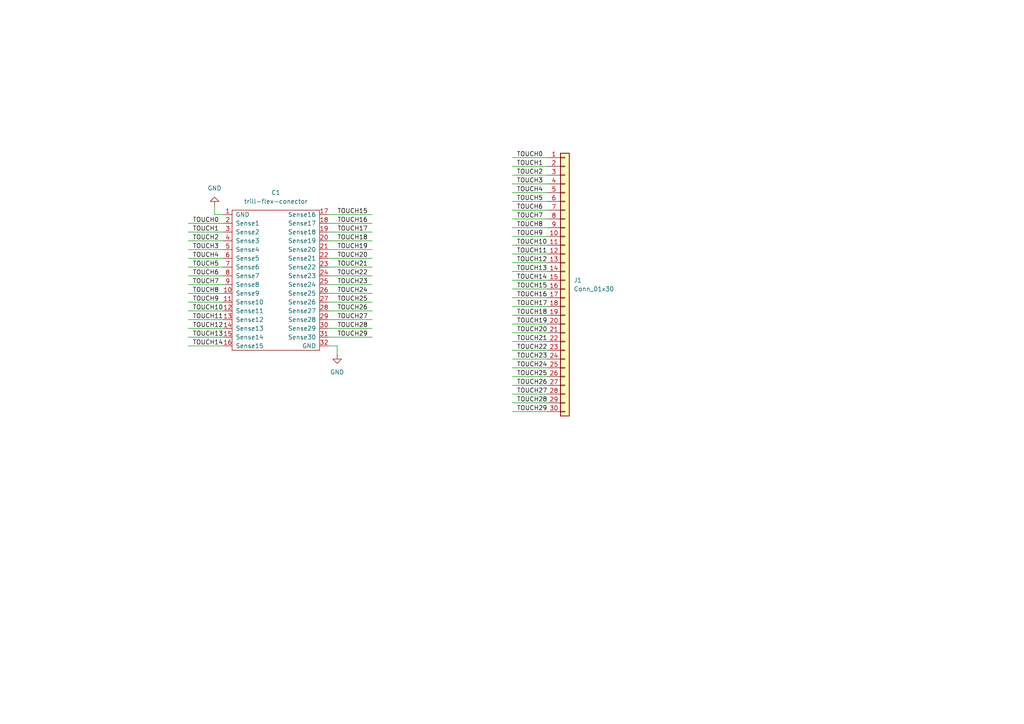
<source format=kicad_sch>
(kicad_sch (version 20230121) (generator eeschema)
  (paper "A4")
  (lib_symbols
    (symbol "Connector_Generic:Conn_01x30" (pin_names (offset 1.016) hide)
      (property "Reference" "J" (at 0 38.1 0))
      (property "Value" "Conn_01x30" (at 0 -40.64 0))
      (symbol "Conn_01x30_1_1"
        (rectangle (start -1.27 -37.973) (end 0 -38.227) (stroke (width 0.1524)))
        (rectangle (start -1.27 -35.433) (end 0 -35.687) (stroke (width 0.1524)))
        (rectangle (start -1.27 -32.893) (end 0 -33.147) (stroke (width 0.1524)))
        (rectangle (start -1.27 -30.353) (end 0 -30.607) (stroke (width 0.1524)))
        (rectangle (start -1.27 -27.813) (end 0 -28.067) (stroke (width 0.1524)))
        (rectangle (start -1.27 -25.273) (end 0 -25.527) (stroke (width 0.1524)))
        (rectangle (start -1.27 -22.733) (end 0 -22.987) (stroke (width 0.1524)))
        (rectangle (start -1.27 -20.193) (end 0 -20.447) (stroke (width 0.1524)))
        (rectangle (start -1.27 -17.653) (end 0 -17.907) (stroke (width 0.1524)))
        (rectangle (start -1.27 -15.113) (end 0 -15.367) (stroke (width 0.1524)))
        (rectangle (start -1.27 -12.573) (end 0 -12.827) (stroke (width 0.1524)))
        (rectangle (start -1.27 -10.033) (end 0 -10.287) (stroke (width 0.1524)))
        (rectangle (start -1.27 -7.493) (end 0 -7.747) (stroke (width 0.1524)))
        (rectangle (start -1.27 -4.953) (end 0 -5.207) (stroke (width 0.1524)))
        (rectangle (start -1.27 -2.413) (end 0 -2.667) (stroke (width 0.1524)))
        (rectangle (start -1.27 0.127) (end 0 -0.127) (stroke (width 0.1524)))
        (rectangle (start -1.27 2.667) (end 0 2.413) (stroke (width 0.1524)))
        (rectangle (start -1.27 5.207) (end 0 4.953) (stroke (width 0.1524)))
        (rectangle (start -1.27 7.747) (end 0 7.493) (stroke (width 0.1524)))
        (rectangle (start -1.27 10.287) (end 0 10.033) (stroke (width 0.1524)))
        (rectangle (start -1.27 12.827) (end 0 12.573) (stroke (width 0.1524)))
        (rectangle (start -1.27 15.367) (end 0 15.113) (stroke (width 0.1524)))
        (rectangle (start -1.27 17.907) (end 0 17.653) (stroke (width 0.1524)))
        (rectangle (start -1.27 20.447) (end 0 20.193) (stroke (width 0.1524)))
        (rectangle (start -1.27 22.987) (end 0 22.733) (stroke (width 0.1524)))
        (rectangle (start -1.27 25.527) (end 0 25.273) (stroke (width 0.1524)))
        (rectangle (start -1.27 28.067) (end 0 27.813) (stroke (width 0.1524)))
        (rectangle (start -1.27 30.607) (end 0 30.353) (stroke (width 0.1524)))
        (rectangle (start -1.27 33.147) (end 0 32.893) (stroke (width 0.1524)))
        (rectangle (start -1.27 35.687) (end 0 35.433) (stroke (width 0.1524)))
        (rectangle (start -1.27 36.83) (end 1.27 -39.37) (stroke (width 0.254)) (fill (type background)))
        (pin passive line (at -5.08 35.56 0) (length 3.81) (name "Pin_1") (number "1"))
        (pin passive line (at -5.08 12.7 0) (length 3.81) (name "Pin_10") (number "10"))
        (pin passive line (at -5.08 10.16 0) (length 3.81) (name "Pin_11") (number "11"))
        (pin passive line (at -5.08 7.62 0) (length 3.81) (name "Pin_12") (number "12"))
        (pin passive line (at -5.08 5.08 0) (length 3.81) (name "Pin_13") (number "13"))
        (pin passive line (at -5.08 2.54 0) (length 3.81) (name "Pin_14") (number "14"))
        (pin passive line (at -5.08 0 0) (length 3.81) (name "Pin_15") (number "15"))
        (pin passive line (at -5.08 -2.54 0) (length 3.81) (name "Pin_16") (number "16"))
        (pin passive line (at -5.08 -5.08 0) (length 3.81) (name "Pin_17") (number "17"))
        (pin passive line (at -5.08 -7.62 0) (length 3.81) (name "Pin_18") (number "18"))
        (pin passive line (at -5.08 -10.16 0) (length 3.81) (name "Pin_19") (number "19"))
        (pin passive line (at -5.08 33.02 0) (length 3.81) (name "Pin_2") (number "2"))
        (pin passive line (at -5.08 -12.7 0) (length 3.81) (name "Pin_20") (number "20"))
        (pin passive line (at -5.08 -15.24 0) (length 3.81) (name "Pin_21") (number "21"))
        (pin passive line (at -5.08 -17.78 0) (length 3.81) (name "Pin_22") (number "22"))
        (pin passive line (at -5.08 -20.32 0) (length 3.81) (name "Pin_23") (number "23"))
        (pin passive line (at -5.08 -22.86 0) (length 3.81) (name "Pin_24") (number "24"))
        (pin passive line (at -5.08 -25.4 0) (length 3.81) (name "Pin_25") (number "25"))
        (pin passive line (at -5.08 -27.94 0) (length 3.81) (name "Pin_26") (number "26"))
        (pin passive line (at -5.08 -30.48 0) (length 3.81) (name "Pin_27") (number "27"))
        (pin passive line (at -5.08 -33.02 0) (length 3.81) (name "Pin_28") (number "28"))
        (pin passive line (at -5.08 -35.56 0) (length 3.81) (name "Pin_29") (number "29"))
        (pin passive line (at -5.08 30.48 0) (length 3.81) (name "Pin_3") (number "3"))
        (pin passive line (at -5.08 -38.1 0) (length 3.81) (name "Pin_30") (number "30"))
        (pin passive line (at -5.08 27.94 0) (length 3.81) (name "Pin_4") (number "4"))
        (pin passive line (at -5.08 25.4 0) (length 3.81) (name "Pin_5") (number "5"))
        (pin passive line (at -5.08 22.86 0) (length 3.81) (name "Pin_6") (number "6"))
        (pin passive line (at -5.08 20.32 0) (length 3.81) (name "Pin_7") (number "7"))
        (pin passive line (at -5.08 17.78 0) (length 3.81) (name "Pin_8") (number "8"))
        (pin passive line (at -5.08 15.24 0) (length 3.81) (name "Pin_9") (number "9"))
      )
    )
    (symbol "power:GND" (power) (pin_names (offset 0))
      (property "Value" "GND" (at 0 -3.81 0))
      (symbol "GND_0_1"
        (polyline (pts (xy 0 0) (xy 0 -1.27) (xy 1.27 -1.27) (xy 0 -2.54) (xy -1.27 -1.27) (xy 0 -1.27)))
      )
      (symbol "GND_1_1"
        (pin power_in line (at 0 0 270) (length 0) hide (name "GND") (number "1"))
      )
    )
    (symbol "trill-flex:trill-flex-conector" (pin_names (offset 1.016))
      (property "Reference" "C" (at 0 0 0))
      (property "Value" "trill-flex-conector" (at 0 2.54 0))
      (symbol "trill-flex-conector_0_1"
        (rectangle (start -12.7 -1.27) (end 12.7 -41.91))
      )
      (symbol "trill-flex-conector_1_1"
        (pin input line (at -15.24 -2.54 0) (length 2.54) (name "GND") (number "1"))
        (pin input line (at -15.24 -25.4 0) (length 2.54) (name "Sense9") (number "10"))
        (pin input line (at -15.24 -27.94 0) (length 2.54) (name "Sense10") (number "11"))
        (pin input line (at -15.24 -30.48 0) (length 2.54) (name "Sense11") (number "12"))
        (pin input line (at -15.24 -33.02 0) (length 2.54) (name "Sense12") (number "13"))
        (pin input line (at -15.24 -35.56 0) (length 2.54) (name "Sense13") (number "14"))
        (pin input line (at -15.24 -38.1 0) (length 2.54) (name "Sense14") (number "15"))
        (pin input line (at -15.24 -40.64 0) (length 2.54) (name "Sense15") (number "16"))
        (pin input line (at 15.24 -2.54 180) (length 2.54) (name "Sense16") (number "17"))
        (pin input line (at 15.24 -5.08 180) (length 2.54) (name "Sense17") (number "18"))
        (pin input line (at 15.24 -7.62 180) (length 2.54) (name "Sense18") (number "19"))
        (pin input line (at -15.24 -5.08 0) (length 2.54) (name "Sense1") (number "2"))
        (pin input line (at 15.24 -10.16 180) (length 2.54) (name "Sense19") (number "20"))
        (pin input line (at 15.24 -12.7 180) (length 2.54) (name "Sense20") (number "21"))
        (pin input line (at 15.24 -15.24 180) (length 2.54) (name "Sense21") (number "22"))
        (pin input line (at 15.24 -17.78 180) (length 2.54) (name "Sense22") (number "23"))
        (pin input line (at 15.24 -20.32 180) (length 2.54) (name "Sense23") (number "24"))
        (pin input line (at 15.24 -22.86 180) (length 2.54) (name "Sense24") (number "25"))
        (pin input line (at 15.24 -25.4 180) (length 2.54) (name "Sense25") (number "26"))
        (pin input line (at 15.24 -27.94 180) (length 2.54) (name "Sense26") (number "27"))
        (pin input line (at 15.24 -30.48 180) (length 2.54) (name "Sense27") (number "28"))
        (pin input line (at 15.24 -33.02 180) (length 2.54) (name "Sense28") (number "29"))
        (pin input line (at -15.24 -7.62 0) (length 2.54) (name "Sense2") (number "3"))
        (pin input line (at 15.24 -35.56 180) (length 2.54) (name "Sense29") (number "30"))
        (pin input line (at 15.24 -38.1 180) (length 2.54) (name "Sense30") (number "31"))
        (pin input line (at 15.24 -40.64 180) (length 2.54) (name "GND") (number "32"))
        (pin input line (at -15.24 -10.16 0) (length 2.54) (name "Sense3") (number "4"))
        (pin input line (at -15.24 -12.7 0) (length 2.54) (name "Sense4") (number "5"))
        (pin input line (at -15.24 -15.24 0) (length 2.54) (name "Sense5") (number "6"))
        (pin input line (at -15.24 -17.78 0) (length 2.54) (name "Sense6") (number "7"))
        (pin input line (at -15.24 -20.32 0) (length 2.54) (name "Sense7") (number "8"))
        (pin input line (at -15.24 -22.86 0) (length 2.54) (name "Sense8") (number "9"))
      )
    )
  )
  (wire (pts (xy 54.61 85.09) (xy 64.77 85.09)))
  (wire (pts (xy 148.59 91.44) (xy 158.75 91.44)))
  (wire (pts (xy 148.59 68.58) (xy 158.75 68.58)))
  (wire (pts (xy 148.59 106.68) (xy 158.75 106.68)))
  (wire (pts (xy 95.25 74.93) (xy 107.95 74.93)))
  (wire (pts (xy 95.25 80.01) (xy 107.95 80.01)))
  (wire (pts (xy 54.61 90.17) (xy 64.77 90.17)))
  (wire (pts (xy 148.59 96.52) (xy 158.75 96.52)))
  (wire (pts (xy 148.59 71.12) (xy 158.75 71.12)))
  (wire (pts (xy 54.61 69.85) (xy 64.77 69.85)))
  (wire (pts (xy 95.25 87.63) (xy 107.95 87.63)))
  (wire (pts (xy 95.25 72.39) (xy 107.95 72.39)))
  (wire (pts (xy 148.59 114.3) (xy 158.75 114.3)))
  (wire (pts (xy 148.59 53.34) (xy 158.75 53.34)))
  (wire (pts (xy 54.61 95.25) (xy 64.77 95.25)))
  (wire (pts (xy 148.59 78.74) (xy 158.75 78.74)))
  (wire (pts (xy 148.59 88.9) (xy 158.75 88.9)))
  (wire (pts (xy 148.59 73.66) (xy 158.75 73.66)))
  (wire (pts (xy 95.25 62.23) (xy 107.95 62.23)))
  (wire (pts (xy 54.61 82.55) (xy 64.77 82.55)))
  (wire (pts (xy 148.59 111.76) (xy 158.75 111.76)))
  (wire (pts (xy 95.25 82.55) (xy 107.95 82.55)))
  (wire (pts (xy 95.25 100.33) (xy 97.79 100.33)))
  (wire (pts (xy 95.25 92.71) (xy 107.95 92.71)))
  (wire (pts (xy 97.79 100.33) (xy 97.79 102.87)))
  (wire (pts (xy 64.77 62.23) (xy 62.23 62.23)))
  (wire (pts (xy 54.61 92.71) (xy 64.77 92.71)))
  (wire (pts (xy 148.59 119.38) (xy 158.75 119.38)))
  (wire (pts (xy 95.25 67.31) (xy 107.95 67.31)))
  (wire (pts (xy 148.59 99.06) (xy 158.75 99.06)))
  (wire (pts (xy 95.25 97.79) (xy 107.95 97.79)))
  (wire (pts (xy 148.59 48.26) (xy 158.75 48.26)))
  (wire (pts (xy 95.25 85.09) (xy 107.95 85.09)))
  (wire (pts (xy 95.25 77.47) (xy 107.95 77.47)))
  (wire (pts (xy 54.61 77.47) (xy 64.77 77.47)))
  (wire (pts (xy 54.61 100.33) (xy 64.77 100.33)))
  (wire (pts (xy 95.25 69.85) (xy 107.95 69.85)))
  (wire (pts (xy 54.61 74.93) (xy 64.77 74.93)))
  (wire (pts (xy 62.23 59.69) (xy 62.23 62.23)))
  (wire (pts (xy 54.61 87.63) (xy 64.77 87.63)))
  (wire (pts (xy 148.59 104.14) (xy 158.75 104.14)))
  (wire (pts (xy 54.61 67.31) (xy 64.77 67.31)))
  (wire (pts (xy 148.59 63.5) (xy 158.75 63.5)))
  (wire (pts (xy 148.59 60.96) (xy 158.75 60.96)))
  (wire (pts (xy 148.59 81.28) (xy 158.75 81.28)))
  (wire (pts (xy 148.59 86.36) (xy 158.75 86.36)))
  (wire (pts (xy 54.61 97.79) (xy 64.77 97.79)))
  (wire (pts (xy 148.59 83.82) (xy 158.75 83.82)))
  (wire (pts (xy 148.59 58.42) (xy 158.75 58.42)))
  (wire (pts (xy 148.59 50.8) (xy 158.75 50.8)))
  (wire (pts (xy 95.25 64.77) (xy 107.95 64.77)))
  (wire (pts (xy 54.61 80.01) (xy 64.77 80.01)))
  (wire (pts (xy 148.59 116.84) (xy 158.75 116.84)))
  (wire (pts (xy 95.25 95.25) (xy 107.95 95.25)))
  (wire (pts (xy 148.59 76.2) (xy 158.75 76.2)))
  (wire (pts (xy 148.59 109.22) (xy 158.75 109.22)))
  (wire (pts (xy 148.59 45.72) (xy 158.75 45.72)))
  (wire (pts (xy 148.59 101.6) (xy 158.75 101.6)))
  (wire (pts (xy 95.25 90.17) (xy 107.95 90.17)))
  (wire (pts (xy 148.59 55.88) (xy 158.75 55.88)))
  (wire (pts (xy 148.59 93.98) (xy 158.75 93.98)))
  (wire (pts (xy 54.61 72.39) (xy 64.77 72.39)))
  (wire (pts (xy 54.61 64.77) (xy 64.77 64.77)))
  (wire (pts (xy 148.59 66.04) (xy 158.75 66.04)))
  (label "TOUCH25" (at 106.68 87.63 180))
  (label "TOUCH4" (at 149.86 55.88 0))
  (label "TOUCH29" (at 106.68 97.79 180))
  (label "TOUCH15" (at 106.68 62.23 180))
  (label "TOUCH12" (at 55.88 95.25 0))
  (label "TOUCH13" (at 55.88 97.79 0))
  (label "TOUCH11" (at 149.86 73.66 0))
  (label "TOUCH15" (at 158.75 83.82 180))
  (label "TOUCH14" (at 55.88 100.33 0))
  (label "TOUCH23" (at 158.75 104.14 180))
  (label "TOUCH26" (at 106.68 90.17 180))
  (label "TOUCH27" (at 106.68 92.71 180))
  (label "TOUCH21" (at 106.68 77.47 180))
  (label "TOUCH6" (at 149.86 60.96 0))
  (label "TOUCH11" (at 55.88 92.71 0))
  (label "TOUCH24" (at 106.68 85.09 180))
  (label "TOUCH19" (at 106.68 72.39 180))
  (label "TOUCH9" (at 55.88 87.63 0))
  (label "TOUCH12" (at 149.86 76.2 0))
  (label "TOUCH22" (at 158.75 101.6 180))
  (label "TOUCH8" (at 55.88 85.09 0))
  (label "TOUCH5" (at 55.88 77.47 0))
  (label "TOUCH18" (at 106.68 69.85 180))
  (label "TOUCH10" (at 149.86 71.12 0))
  (label "TOUCH28" (at 158.75 116.84 180))
  (label "TOUCH4" (at 55.88 74.93 0))
  (label "TOUCH14" (at 149.86 81.28 0))
  (label "TOUCH17" (at 158.75 88.9 180))
  (label "TOUCH8" (at 149.86 66.04 0))
  (label "TOUCH0" (at 149.86 45.72 0))
  (label "TOUCH5" (at 149.86 58.42 0))
  (label "TOUCH17" (at 106.68 67.31 180))
  (label "TOUCH21" (at 158.75 99.06 180))
  (label "TOUCH2" (at 149.86 50.8 0))
  (label "TOUCH0" (at 55.88 64.77 0))
  (label "TOUCH7" (at 55.88 82.55 0))
  (label "TOUCH1" (at 149.86 48.26 0))
  (label "TOUCH27" (at 158.75 114.3 180))
  (label "TOUCH28" (at 106.68 95.25 180))
  (label "TOUCH20" (at 106.68 74.93 180))
  (label "TOUCH22" (at 106.68 80.01 180))
  (label "TOUCH29" (at 158.75 119.38 180))
  (label "TOUCH23" (at 106.68 82.55 180))
  (label "TOUCH19" (at 158.75 93.98 180))
  (label "TOUCH24" (at 158.75 106.68 180))
  (label "TOUCH3" (at 55.88 72.39 0))
  (label "TOUCH16" (at 106.68 64.77 180))
  (label "TOUCH13" (at 149.86 78.74 0))
  (label "TOUCH10" (at 55.88 90.17 0))
  (label "TOUCH6" (at 55.88 80.01 0))
  (label "TOUCH25" (at 158.75 109.22 180))
  (label "TOUCH7" (at 149.86 63.5 0))
  (label "TOUCH3" (at 149.86 53.34 0))
  (label "TOUCH16" (at 158.75 86.36 180))
  (label "TOUCH9" (at 149.86 68.58 0))
  (label "TOUCH18" (at 158.75 91.44 180))
  (label "TOUCH26" (at 158.75 111.76 180))
  (label "TOUCH2" (at 55.88 69.85 0))
  (label "TOUCH20" (at 158.75 96.52 180))
  (label "TOUCH1" (at 55.88 67.31 0))
  (symbol (lib_id "trill-flex:trill-flex-conector") (at 80.01 59.69 0) (unit 1)
    (property "Reference" "C1" (at 80.01 55.88 0))
    (property "Value" "trill-flex-conector" (at 80.01 58.42 0))
    (property "Footprint" "trill-flex:trill_flex" (effects hide))
  )
  (symbol (lib_id "power:GND") (at 97.79 102.87 0) (unit 1)
    (property "Reference" "#PWR02" (effects hide))
    (property "Value" "GND" (at 97.79 107.95 0))
  )
  (symbol (lib_id "power:GND") (at 62.23 59.69 180) (unit 1)
    (property "Reference" "#PWR01" (effects hide))
    (property "Value" "GND" (at 62.23 54.61 0))
  )
  (symbol (lib_id "Connector_Generic:Conn_01x30") (at 163.83 81.28 0) (unit 1)
    (property "Reference" "J1" (at 166.37 81.28 0) (effects (justify left)))
    (property "Value" "Conn_01x30" (at 166.37 83.82 0) (effects (justify left)))
    (property "Footprint" "touch-sensors:tstick-slider" (effects hide))
  )
)
</source>
